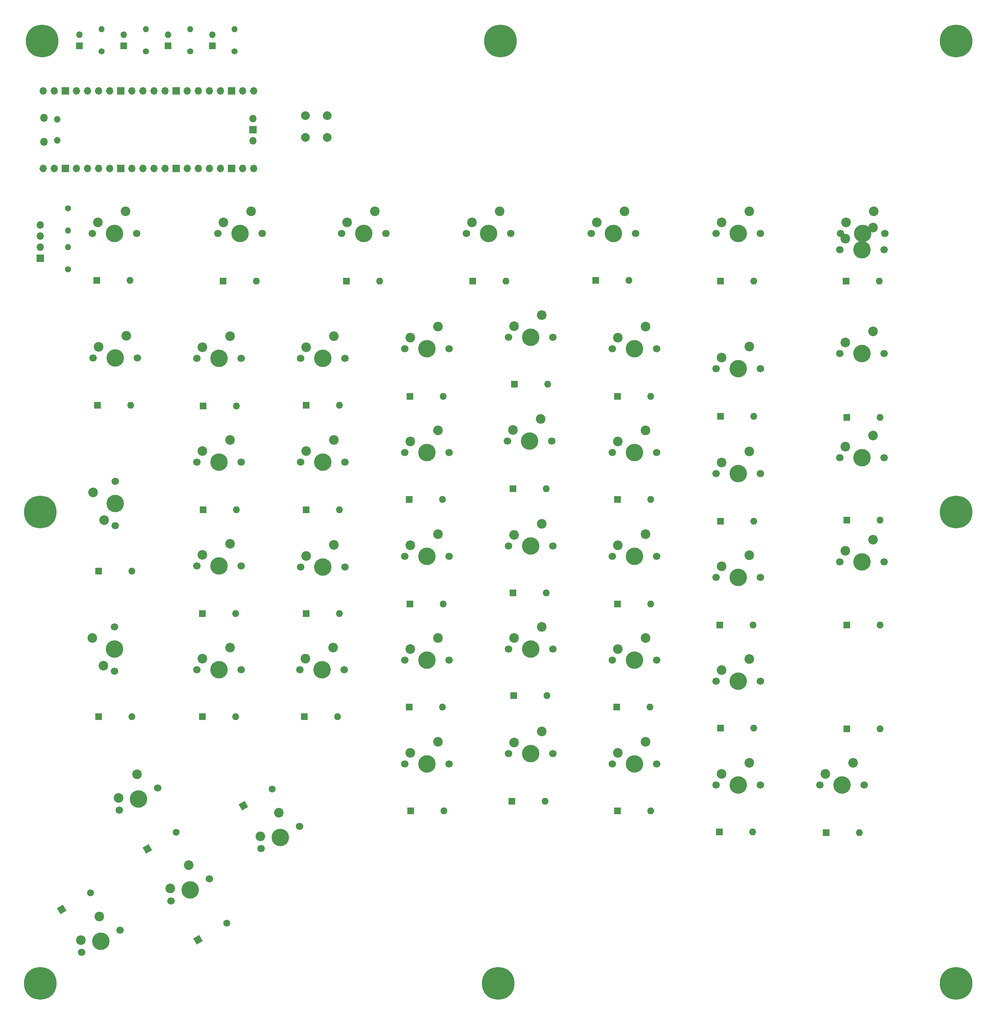
<source format=gbr>
%TF.GenerationSoftware,KiCad,Pcbnew,6.0.9-8da3e8f707~116~ubuntu20.04.1*%
%TF.CreationDate,2022-11-04T12:27:48+01:00*%
%TF.ProjectId,98keys-right,39386b65-7973-42d7-9269-6768742e6b69,rev?*%
%TF.SameCoordinates,Original*%
%TF.FileFunction,Soldermask,Bot*%
%TF.FilePolarity,Negative*%
%FSLAX46Y46*%
G04 Gerber Fmt 4.6, Leading zero omitted, Abs format (unit mm)*
G04 Created by KiCad (PCBNEW 6.0.9-8da3e8f707~116~ubuntu20.04.1) date 2022-11-04 12:27:48*
%MOMM*%
%LPD*%
G01*
G04 APERTURE LIST*
G04 Aperture macros list*
%AMHorizOval*
0 Thick line with rounded ends*
0 $1 width*
0 $2 $3 position (X,Y) of the first rounded end (center of the circle)*
0 $4 $5 position (X,Y) of the second rounded end (center of the circle)*
0 Add line between two ends*
20,1,$1,$2,$3,$4,$5,0*
0 Add two circle primitives to create the rounded ends*
1,1,$1,$2,$3*
1,1,$1,$4,$5*%
%AMRotRect*
0 Rectangle, with rotation*
0 The origin of the aperture is its center*
0 $1 length*
0 $2 width*
0 $3 Rotation angle, in degrees counterclockwise*
0 Add horizontal line*
21,1,$1,$2,0,0,$3*%
G04 Aperture macros list end*
%ADD10R,1.600000X1.600000*%
%ADD11O,1.600000X1.600000*%
%ADD12RotRect,1.600000X1.600000X30.000000*%
%ADD13HorizOval,1.600000X0.000000X0.000000X0.000000X0.000000X0*%
%ADD14HorizOval,1.600000X0.000000X0.000000X0.000000X0.000000X0*%
%ADD15C,4.000000*%
%ADD16C,1.700000*%
%ADD17C,2.200000*%
%ADD18C,7.500000*%
%ADD19C,2.000000*%
%ADD20R,1.500000X1.500000*%
%ADD21O,1.500000X1.500000*%
%ADD22C,1.400000*%
%ADD23O,1.400000X1.400000*%
%ADD24O,1.800000X1.800000*%
%ADD25O,1.700000X1.700000*%
%ADD26R,1.700000X1.700000*%
G04 APERTURE END LIST*
D10*
%TO.C,D1*%
X258380000Y-85199600D03*
D11*
X266000000Y-85199600D03*
%TD*%
D10*
%TO.C,D2*%
X258600000Y-116399600D03*
D11*
X266220000Y-116399600D03*
%TD*%
D10*
%TO.C,D3*%
X258600000Y-139999600D03*
D11*
X266220000Y-139999600D03*
%TD*%
D10*
%TO.C,D4*%
X258600000Y-163999600D03*
D11*
X266220000Y-163999600D03*
%TD*%
D10*
%TO.C,D5*%
X258600000Y-187799600D03*
D11*
X266220000Y-187799600D03*
%TD*%
D10*
%TO.C,D6*%
X253800000Y-211599600D03*
D11*
X261420000Y-211599600D03*
%TD*%
D10*
%TO.C,D7*%
X229580000Y-85199600D03*
D11*
X237200000Y-85199600D03*
%TD*%
D10*
%TO.C,D8*%
X229600000Y-116199600D03*
D11*
X237220000Y-116199600D03*
%TD*%
D10*
%TO.C,D9*%
X229600000Y-140199600D03*
D11*
X237220000Y-140199600D03*
%TD*%
D10*
%TO.C,D10*%
X229400000Y-163999600D03*
D11*
X237020000Y-163999600D03*
%TD*%
D10*
%TO.C,D11*%
X229600000Y-187599600D03*
D11*
X237220000Y-187599600D03*
%TD*%
D10*
%TO.C,D12*%
X229380000Y-211399600D03*
D11*
X237000000Y-211399600D03*
%TD*%
D10*
%TO.C,D14*%
X200980000Y-84999600D03*
D11*
X208600000Y-84999600D03*
%TD*%
D10*
%TO.C,D15*%
X206000000Y-111599600D03*
D11*
X213620000Y-111599600D03*
%TD*%
D10*
%TO.C,D16*%
X206000000Y-135199600D03*
D11*
X213620000Y-135199600D03*
%TD*%
D10*
%TO.C,D17*%
X205780000Y-182799600D03*
D11*
X213400000Y-182799600D03*
%TD*%
D10*
%TO.C,D18*%
X206000000Y-159199600D03*
D11*
X213620000Y-159199600D03*
%TD*%
D10*
%TO.C,D19*%
X206000000Y-206599600D03*
D11*
X213620000Y-206599600D03*
%TD*%
D10*
%TO.C,D20*%
X172800000Y-85199600D03*
D11*
X180420000Y-85199600D03*
%TD*%
D10*
%TO.C,D21*%
X182400000Y-108799600D03*
D11*
X190020000Y-108799600D03*
%TD*%
D10*
%TO.C,D22*%
X182000000Y-132799600D03*
D11*
X189620000Y-132799600D03*
%TD*%
D10*
%TO.C,D23*%
X182000000Y-156599600D03*
D11*
X189620000Y-156599600D03*
%TD*%
D10*
%TO.C,D24*%
X182200000Y-180199600D03*
D11*
X189820000Y-180199600D03*
%TD*%
D10*
%TO.C,D25*%
X181800000Y-204399600D03*
D11*
X189420000Y-204399600D03*
%TD*%
D10*
%TO.C,D26*%
X143800000Y-85199600D03*
D11*
X151420000Y-85199600D03*
%TD*%
D10*
%TO.C,D27*%
X158200000Y-135199600D03*
D11*
X165820000Y-135199600D03*
%TD*%
D10*
%TO.C,D28*%
X158400000Y-111599600D03*
D11*
X166020000Y-111599600D03*
%TD*%
D10*
%TO.C,D29*%
X158400000Y-159199600D03*
D11*
X166020000Y-159199600D03*
%TD*%
D10*
%TO.C,D30*%
X158200000Y-182799600D03*
D11*
X165820000Y-182799600D03*
%TD*%
D10*
%TO.C,D31*%
X158600000Y-206599600D03*
D11*
X166220000Y-206599600D03*
%TD*%
D10*
%TO.C,D32*%
X115600000Y-85199600D03*
D11*
X123220000Y-85199600D03*
%TD*%
D10*
%TO.C,D33*%
X134600000Y-113599600D03*
D11*
X142220000Y-113599600D03*
%TD*%
D10*
%TO.C,D34*%
X134600000Y-137599600D03*
D11*
X142220000Y-137599600D03*
%TD*%
D10*
%TO.C,D35*%
X134600000Y-161399600D03*
D11*
X142220000Y-161399600D03*
%TD*%
D10*
%TO.C,D36*%
X134200000Y-184999600D03*
D11*
X141820000Y-184999600D03*
%TD*%
D10*
%TO.C,D37*%
X86600000Y-84999600D03*
D11*
X94220000Y-84999600D03*
%TD*%
D10*
%TO.C,D38*%
X111000000Y-113799600D03*
D11*
X118620000Y-113799600D03*
%TD*%
D10*
%TO.C,D39*%
X110800000Y-184999600D03*
D11*
X118420000Y-184999600D03*
%TD*%
D10*
%TO.C,D40*%
X111000000Y-137599600D03*
D11*
X118620000Y-137599600D03*
%TD*%
D10*
%TO.C,D41*%
X110800000Y-161399600D03*
D11*
X118420000Y-161399600D03*
%TD*%
D10*
%TO.C,D42*%
X86800000Y-113599600D03*
D11*
X94420000Y-113599600D03*
%TD*%
D10*
%TO.C,D43*%
X87000000Y-151599600D03*
D11*
X94620000Y-151599600D03*
%TD*%
D10*
%TO.C,D44*%
X87000000Y-184999600D03*
D11*
X94620000Y-184999600D03*
%TD*%
D12*
%TO.C,D45*%
X78590900Y-229204600D03*
D13*
X85190014Y-225394600D03*
%TD*%
D12*
%TO.C,D46*%
X98200900Y-215309600D03*
D14*
X104800014Y-211499600D03*
%TD*%
D12*
%TO.C,D47*%
X109800900Y-236109600D03*
D13*
X116400014Y-232299600D03*
%TD*%
D12*
%TO.C,D48*%
X120190000Y-205394600D03*
D13*
X126789114Y-201584600D03*
%TD*%
D15*
%TO.C,SW1*%
X262200000Y-74279600D03*
D16*
X267280000Y-74279600D03*
X257120000Y-74279600D03*
D17*
X264740000Y-69199600D03*
X258390000Y-71739600D03*
%TD*%
D16*
%TO.C,SW2*%
X256930000Y-78005000D03*
D15*
X262010000Y-78005000D03*
D16*
X267090000Y-78005000D03*
D17*
X264550000Y-72925000D03*
X258200000Y-75465000D03*
%TD*%
D16*
%TO.C,SW3*%
X267090000Y-101805000D03*
X256930000Y-101805000D03*
D15*
X262010000Y-101805000D03*
D17*
X264550000Y-96725000D03*
X258200000Y-99265000D03*
%TD*%
D15*
%TO.C,SW4*%
X262070000Y-149485000D03*
D16*
X256990000Y-149485000D03*
X267150000Y-149485000D03*
D17*
X264610000Y-144405000D03*
X258260000Y-146945000D03*
%TD*%
D16*
%TO.C,SW5*%
X267150000Y-125685000D03*
X256990000Y-125685000D03*
D15*
X262070000Y-125685000D03*
D17*
X264610000Y-120605000D03*
X258260000Y-123145000D03*
%TD*%
D16*
%TO.C,SW6*%
X252380000Y-200679600D03*
X262540000Y-200679600D03*
D15*
X257460000Y-200679600D03*
D17*
X260000000Y-195599600D03*
X253650000Y-198139600D03*
%TD*%
D16*
%TO.C,SW7*%
X228580000Y-74279600D03*
X238740000Y-74279600D03*
D15*
X233660000Y-74279600D03*
D17*
X236200000Y-69199600D03*
X229850000Y-71739600D03*
%TD*%
D15*
%TO.C,SW8*%
X233660000Y-105279600D03*
D16*
X228580000Y-105279600D03*
X238740000Y-105279600D03*
D17*
X236200000Y-100199600D03*
X229850000Y-102739600D03*
%TD*%
D16*
%TO.C,SW9*%
X238740000Y-129279600D03*
X228580000Y-129279600D03*
D15*
X233660000Y-129279600D03*
D17*
X236200000Y-124199600D03*
X229850000Y-126739600D03*
%TD*%
D16*
%TO.C,SW10*%
X238740000Y-176879600D03*
X228580000Y-176879600D03*
D15*
X233660000Y-176879600D03*
D17*
X236200000Y-171799600D03*
X229850000Y-174339600D03*
%TD*%
D16*
%TO.C,SW11*%
X228580000Y-153079600D03*
D15*
X233660000Y-153079600D03*
D16*
X238740000Y-153079600D03*
D17*
X236200000Y-147999600D03*
X229850000Y-150539600D03*
%TD*%
D15*
%TO.C,SW12*%
X233660000Y-200679600D03*
D16*
X228580000Y-200679600D03*
X238740000Y-200679600D03*
D17*
X236200000Y-195599600D03*
X229850000Y-198139600D03*
%TD*%
D15*
%TO.C,SW13*%
X205060000Y-74279600D03*
D16*
X199980000Y-74279600D03*
X210140000Y-74279600D03*
D17*
X207600000Y-69199600D03*
X201250000Y-71739600D03*
%TD*%
D15*
%TO.C,SW14*%
X209860000Y-100679600D03*
D16*
X214940000Y-100679600D03*
X204780000Y-100679600D03*
D17*
X212400000Y-95599600D03*
X206050000Y-98139600D03*
%TD*%
D16*
%TO.C,SW15*%
X204780000Y-124479600D03*
X214940000Y-124479600D03*
D15*
X209860000Y-124479600D03*
D17*
X212400000Y-119399600D03*
X206050000Y-121939600D03*
%TD*%
D16*
%TO.C,SW16*%
X214940000Y-172079600D03*
D15*
X209860000Y-172079600D03*
D16*
X204780000Y-172079600D03*
D17*
X212400000Y-166999600D03*
X206050000Y-169539600D03*
%TD*%
D16*
%TO.C,SW17*%
X204780000Y-148279600D03*
D15*
X209860000Y-148279600D03*
D16*
X214940000Y-148279600D03*
D17*
X212400000Y-143199600D03*
X206050000Y-145739600D03*
%TD*%
D16*
%TO.C,SW18*%
X214940000Y-195879600D03*
D15*
X209860000Y-195879600D03*
D16*
X204780000Y-195879600D03*
D17*
X212400000Y-190799600D03*
X206050000Y-193339600D03*
%TD*%
D16*
%TO.C,SW19*%
X171380000Y-74279600D03*
X181540000Y-74279600D03*
D15*
X176460000Y-74279600D03*
D17*
X179000000Y-69199600D03*
X172650000Y-71739600D03*
%TD*%
D15*
%TO.C,SW20*%
X186060000Y-98079600D03*
D16*
X180980000Y-98079600D03*
X191140000Y-98079600D03*
D17*
X188600000Y-92999600D03*
X182250000Y-95539600D03*
%TD*%
D16*
%TO.C,SW21*%
X190940000Y-121879600D03*
D15*
X185860000Y-121879600D03*
D16*
X180780000Y-121879600D03*
D17*
X188400000Y-116799600D03*
X182050000Y-119339600D03*
%TD*%
D16*
%TO.C,SW22*%
X180980000Y-169479600D03*
D15*
X186060000Y-169479600D03*
D16*
X191140000Y-169479600D03*
D17*
X188600000Y-164399600D03*
X182250000Y-166939600D03*
%TD*%
D15*
%TO.C,SW23*%
X186060000Y-145879600D03*
D16*
X191140000Y-145879600D03*
X180980000Y-145879600D03*
D17*
X188600000Y-140799600D03*
X182250000Y-143339600D03*
%TD*%
D15*
%TO.C,SW24*%
X186060000Y-193479600D03*
D16*
X180980000Y-193479600D03*
X191140000Y-193479600D03*
D17*
X188600000Y-188399600D03*
X182250000Y-190939600D03*
%TD*%
D15*
%TO.C,SW25*%
X147860000Y-74279600D03*
D16*
X142780000Y-74279600D03*
X152940000Y-74279600D03*
D17*
X150400000Y-69199600D03*
X144050000Y-71739600D03*
%TD*%
D16*
%TO.C,SW26*%
X157180000Y-100679600D03*
D15*
X162260000Y-100679600D03*
D16*
X167340000Y-100679600D03*
D17*
X164800000Y-95599600D03*
X158450000Y-98139600D03*
%TD*%
D15*
%TO.C,SW27*%
X162260000Y-124479600D03*
D16*
X157180000Y-124479600D03*
X167340000Y-124479600D03*
D17*
X164800000Y-119399600D03*
X158450000Y-121939600D03*
%TD*%
D16*
%TO.C,SW28*%
X157180000Y-172079600D03*
D15*
X162260000Y-172079600D03*
D16*
X167340000Y-172079600D03*
D17*
X164800000Y-166999600D03*
X158450000Y-169539600D03*
%TD*%
D16*
%TO.C,SW29*%
X167340000Y-148279600D03*
D15*
X162260000Y-148279600D03*
D16*
X157180000Y-148279600D03*
D17*
X164800000Y-143199600D03*
X158450000Y-145739600D03*
%TD*%
D16*
%TO.C,SW30*%
X167340000Y-195879600D03*
X157180000Y-195879600D03*
D15*
X162260000Y-195879600D03*
D17*
X164800000Y-190799600D03*
X158450000Y-193339600D03*
%TD*%
D16*
%TO.C,SW31*%
X124540000Y-74279600D03*
D15*
X119460000Y-74279600D03*
D16*
X114380000Y-74279600D03*
D17*
X122000000Y-69199600D03*
X115650000Y-71739600D03*
%TD*%
D16*
%TO.C,SW32*%
X143540000Y-102879600D03*
X133380000Y-102879600D03*
D15*
X138460000Y-102879600D03*
D17*
X141000000Y-97799600D03*
X134650000Y-100339600D03*
%TD*%
D15*
%TO.C,SW33*%
X138460000Y-126679600D03*
D16*
X143540000Y-126679600D03*
X133380000Y-126679600D03*
D17*
X141000000Y-121599600D03*
X134650000Y-124139600D03*
%TD*%
D16*
%TO.C,SW34*%
X143340000Y-174279600D03*
X133180000Y-174279600D03*
D15*
X138260000Y-174279600D03*
D17*
X140800000Y-169199600D03*
X134450000Y-171739600D03*
%TD*%
D15*
%TO.C,SW35*%
X138460000Y-150679600D03*
D16*
X133380000Y-150679600D03*
X143540000Y-150679600D03*
D17*
X141000000Y-145599600D03*
X134650000Y-148139600D03*
%TD*%
D16*
%TO.C,SW36*%
X95740000Y-74279600D03*
X85580000Y-74279600D03*
D15*
X90660000Y-74279600D03*
D17*
X93200000Y-69199600D03*
X86850000Y-71739600D03*
%TD*%
D16*
%TO.C,SW37*%
X109580000Y-102879600D03*
D15*
X114660000Y-102879600D03*
D16*
X119740000Y-102879600D03*
D17*
X117200000Y-97799600D03*
X110850000Y-100339600D03*
%TD*%
D16*
%TO.C,SW38*%
X109580000Y-126679600D03*
D15*
X114660000Y-126679600D03*
D16*
X119740000Y-126679600D03*
D17*
X117200000Y-121599600D03*
X110850000Y-124139600D03*
%TD*%
D15*
%TO.C,SW39*%
X114660000Y-174279600D03*
D16*
X109580000Y-174279600D03*
X119740000Y-174279600D03*
D17*
X117200000Y-169199600D03*
X110850000Y-171739600D03*
%TD*%
D16*
%TO.C,SW40*%
X119740000Y-150479600D03*
D15*
X114660000Y-150479600D03*
D16*
X109580000Y-150479600D03*
D17*
X117200000Y-145399600D03*
X110850000Y-147939600D03*
%TD*%
D16*
%TO.C,SW41*%
X95880000Y-102799600D03*
X85720000Y-102799600D03*
D15*
X90800000Y-102799600D03*
D17*
X93340000Y-97719600D03*
X86990000Y-100259600D03*
%TD*%
D15*
%TO.C,SW42*%
X90880000Y-136139600D03*
D16*
X90880000Y-131059600D03*
X90880000Y-141219600D03*
D17*
X85800000Y-133599600D03*
X88340000Y-139949600D03*
%TD*%
D15*
%TO.C,SW43*%
X90680000Y-169539600D03*
D16*
X90680000Y-174619600D03*
X90680000Y-164459600D03*
D17*
X85600000Y-166999600D03*
X88140000Y-173349600D03*
%TD*%
D16*
%TO.C,SW44*%
X83100586Y-239040009D03*
D15*
X87499995Y-236500009D03*
D16*
X91899405Y-233960009D03*
D17*
X87159700Y-230830600D03*
X82930439Y-236205305D03*
%TD*%
D16*
%TO.C,SW45*%
X91800586Y-206440009D03*
D15*
X96199995Y-203900009D03*
D16*
X100599405Y-201360009D03*
D17*
X95859700Y-198230600D03*
X91630439Y-203605305D03*
%TD*%
D16*
%TO.C,SW46*%
X112399405Y-222160009D03*
D15*
X107999995Y-224700009D03*
D16*
X103600586Y-227240009D03*
D17*
X107659700Y-219030600D03*
X103430439Y-224405305D03*
%TD*%
D15*
%TO.C,SW47*%
X128699995Y-212700009D03*
D16*
X133099405Y-210160009D03*
X124300586Y-215240009D03*
D17*
X128359700Y-207030600D03*
X124130439Y-212405305D03*
%TD*%
D18*
%TO.C,H1*%
X74110000Y-30105000D03*
%TD*%
%TO.C,H2*%
X283610000Y-246105000D03*
%TD*%
%TO.C,H3*%
X179110000Y-30105000D03*
%TD*%
%TO.C,H4*%
X283610000Y-138105000D03*
%TD*%
%TO.C,H5*%
X283610000Y-30105000D03*
%TD*%
%TO.C,H6*%
X178610000Y-246105000D03*
%TD*%
%TO.C,H7*%
X73610000Y-138105000D03*
%TD*%
%TO.C,H8*%
X73610000Y-246105000D03*
%TD*%
D19*
%TO.C,SW48*%
X134450000Y-47256300D03*
X139450000Y-47256300D03*
X134450000Y-52256300D03*
X139450000Y-52256300D03*
%TD*%
D20*
%TO.C,D50*%
X102920000Y-31270000D03*
D21*
X102920000Y-28730000D03*
%TD*%
D20*
%TO.C,D51*%
X92760000Y-31270000D03*
D21*
X92760000Y-28730000D03*
%TD*%
D22*
%TO.C,R6*%
X108000000Y-32540000D03*
D23*
X108000000Y-27460000D03*
%TD*%
D21*
%TO.C,U1*%
X77530000Y-48075000D03*
X77530000Y-52925000D03*
D24*
X74500000Y-53225000D03*
X74500000Y-47775000D03*
D25*
X74370000Y-59390000D03*
X76910000Y-59390000D03*
D26*
X79450000Y-59390000D03*
D25*
X81990000Y-59390000D03*
X84530000Y-59390000D03*
X87070000Y-59390000D03*
X89610000Y-59390000D03*
D26*
X92150000Y-59390000D03*
D25*
X94690000Y-59390000D03*
X97230000Y-59390000D03*
X99770000Y-59390000D03*
X102310000Y-59390000D03*
D26*
X104850000Y-59390000D03*
D25*
X107390000Y-59390000D03*
X109930000Y-59390000D03*
X112470000Y-59390000D03*
X115010000Y-59390000D03*
D26*
X117550000Y-59390000D03*
D25*
X120090000Y-59390000D03*
X122630000Y-59390000D03*
X122630000Y-41610000D03*
X120090000Y-41610000D03*
D26*
X117550000Y-41610000D03*
D25*
X115010000Y-41610000D03*
X112470000Y-41610000D03*
X109930000Y-41610000D03*
X107390000Y-41610000D03*
D26*
X104850000Y-41610000D03*
D25*
X102310000Y-41610000D03*
X99770000Y-41610000D03*
X97230000Y-41610000D03*
X94690000Y-41610000D03*
D26*
X92150000Y-41610000D03*
D25*
X89610000Y-41610000D03*
X87070000Y-41610000D03*
X84530000Y-41610000D03*
X81990000Y-41610000D03*
D26*
X79450000Y-41610000D03*
D25*
X76910000Y-41610000D03*
X74370000Y-41610000D03*
X122400000Y-53040000D03*
D26*
X122400000Y-50500000D03*
D25*
X122400000Y-47960000D03*
%TD*%
D22*
%TO.C,R3*%
X87680000Y-32540000D03*
D23*
X87680000Y-27460000D03*
%TD*%
D22*
%TO.C,R5*%
X97840000Y-32540000D03*
D23*
X97840000Y-27460000D03*
%TD*%
D22*
%TO.C,R4*%
X118160000Y-32540000D03*
D23*
X118160000Y-27460000D03*
%TD*%
D22*
%TO.C,R1*%
X80000000Y-68530000D03*
D23*
X80000000Y-73610000D03*
%TD*%
D20*
%TO.C,D13*%
X82600000Y-31270000D03*
D21*
X82600000Y-28730000D03*
%TD*%
D22*
%TO.C,R2*%
X80000000Y-82500000D03*
D23*
X80000000Y-77420000D03*
%TD*%
D20*
%TO.C,D49*%
X113080000Y-31270000D03*
D21*
X113080000Y-28730000D03*
%TD*%
D26*
%TO.C,J1*%
X73650000Y-79960000D03*
D25*
X73650000Y-77420000D03*
X73650000Y-74880000D03*
X73650000Y-72340000D03*
%TD*%
M02*

</source>
